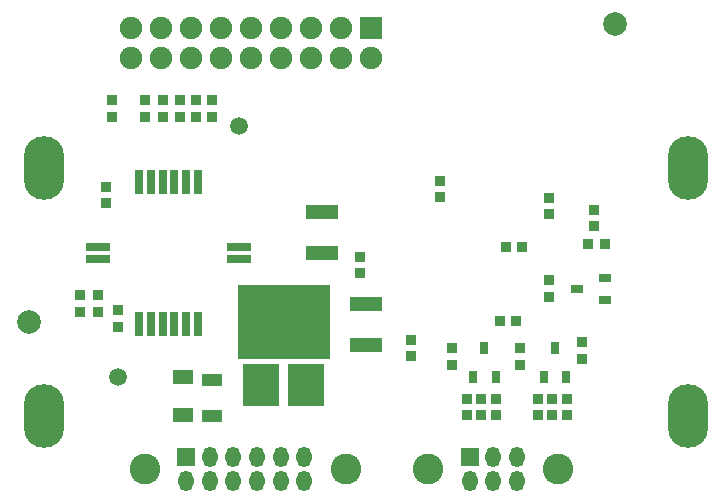
<source format=gbs>
G04 Layer_Color=16711935*
%FSLAX44Y44*%
%MOMM*%
G71*
G01*
G75*
%ADD68R,0.9500X0.9500*%
%ADD69R,0.9500X0.9500*%
%ADD71R,0.7000X1.1000*%
%ADD82R,1.7000X1.3000*%
%ADD85C,2.0000*%
%ADD93C,2.6000*%
%ADD94O,1.3000X1.7500*%
%ADD95R,1.5000X1.5000*%
%ADD96O,3.4000X5.4000*%
%ADD97C,1.5000*%
%ADD98C,1.9000*%
%ADD99R,1.9000X1.9000*%
%ADD100R,3.0500X3.6500*%
%ADD101R,7.8500X6.2500*%
%ADD102R,1.1000X0.7000*%
%ADD103R,2.1000X0.7500*%
%ADD104R,0.7000X2.1000*%
%ADD105R,1.7000X1.1000*%
%ADD106R,2.7000X1.2000*%
D68*
X425500Y237500D02*
D03*
X439500D02*
D03*
X509500Y240000D02*
D03*
X495500D02*
D03*
X163000Y347500D02*
D03*
X177000D02*
D03*
X177000Y362500D02*
D03*
X163000D02*
D03*
X420500Y175000D02*
D03*
X434500D02*
D03*
D69*
X462500Y195500D02*
D03*
Y209500D02*
D03*
X500000Y255500D02*
D03*
Y269500D02*
D03*
X462500Y279500D02*
D03*
Y265500D02*
D03*
X490000Y157000D02*
D03*
Y143000D02*
D03*
X302501Y229501D02*
D03*
Y215501D02*
D03*
X380000Y138000D02*
D03*
Y152000D02*
D03*
X150000Y362000D02*
D03*
Y348000D02*
D03*
X92500Y348000D02*
D03*
Y362000D02*
D03*
X405000Y95500D02*
D03*
Y109500D02*
D03*
X417500Y95500D02*
D03*
Y109500D02*
D03*
X465000Y95500D02*
D03*
Y109500D02*
D03*
X477500Y95500D02*
D03*
Y109500D02*
D03*
X65000Y183000D02*
D03*
Y197000D02*
D03*
X80000Y183000D02*
D03*
Y197000D02*
D03*
X135000Y362000D02*
D03*
Y348000D02*
D03*
X120000Y362000D02*
D03*
Y348000D02*
D03*
X370000Y294000D02*
D03*
Y280000D02*
D03*
X392500Y109500D02*
D03*
Y95500D02*
D03*
X452500Y109500D02*
D03*
Y95500D02*
D03*
X345000Y145500D02*
D03*
Y159500D02*
D03*
X97500Y170500D02*
D03*
Y184500D02*
D03*
X87000Y275000D02*
D03*
Y289000D02*
D03*
X437500Y138000D02*
D03*
Y152000D02*
D03*
D71*
X467500Y152000D02*
D03*
X458000Y128000D02*
D03*
X477000D02*
D03*
X407500Y152000D02*
D03*
X398000Y128000D02*
D03*
X417000D02*
D03*
D82*
X152000D02*
D03*
Y96000D02*
D03*
D85*
X22000Y174000D02*
D03*
X518000Y427000D02*
D03*
D93*
X290000Y50000D02*
D03*
X120000D02*
D03*
X470000D02*
D03*
X360000D02*
D03*
D94*
X235000Y60000D02*
D03*
X215000Y40000D02*
D03*
Y60000D02*
D03*
X195000Y40000D02*
D03*
Y60000D02*
D03*
X175000Y40000D02*
D03*
Y60000D02*
D03*
X155000Y40000D02*
D03*
X255000D02*
D03*
Y60000D02*
D03*
X235000Y40000D02*
D03*
X435000D02*
D03*
Y60000D02*
D03*
X415000Y40000D02*
D03*
Y60000D02*
D03*
X395000Y40000D02*
D03*
D95*
X155000Y60000D02*
D03*
X395000D02*
D03*
D96*
X35000Y95000D02*
D03*
X580000Y95000D02*
D03*
Y305000D02*
D03*
X35000D02*
D03*
D97*
X200000Y340000D02*
D03*
X97500Y127500D02*
D03*
D98*
X184600Y397900D02*
D03*
X159200D02*
D03*
X133800D02*
D03*
X159200Y423300D02*
D03*
X184600D02*
D03*
X133800D02*
D03*
X210000D02*
D03*
X260800D02*
D03*
X235400D02*
D03*
X210000Y397900D02*
D03*
X235400D02*
D03*
X311600D02*
D03*
X286200D02*
D03*
Y423300D02*
D03*
X260800Y397900D02*
D03*
X108400Y423300D02*
D03*
Y397900D02*
D03*
D99*
X311600Y423300D02*
D03*
D100*
X256550Y120750D02*
D03*
X218450D02*
D03*
D101*
X237500Y174250D02*
D03*
D102*
X485500Y202500D02*
D03*
X509500Y193000D02*
D03*
Y212000D02*
D03*
D103*
X80000Y237500D02*
D03*
Y227500D02*
D03*
X200000Y237500D02*
D03*
Y227500D02*
D03*
D104*
X165000Y172500D02*
D03*
X155000D02*
D03*
X145000D02*
D03*
X135000D02*
D03*
X125000D02*
D03*
X115000D02*
D03*
X125000Y292500D02*
D03*
X135000D02*
D03*
X145000D02*
D03*
X155000D02*
D03*
X165000D02*
D03*
X115000D02*
D03*
D105*
X177000Y95000D02*
D03*
Y125000D02*
D03*
D106*
X307500Y155000D02*
D03*
Y190000D02*
D03*
X270000Y267500D02*
D03*
Y232500D02*
D03*
M02*

</source>
